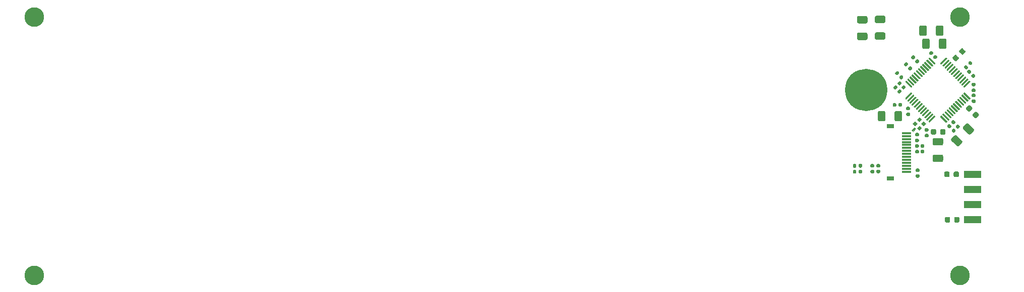
<source format=gbr>
%TF.GenerationSoftware,KiCad,Pcbnew,5.1.9-73d0e3b20d~88~ubuntu18.04.1*%
%TF.CreationDate,2020-12-31T14:05:02+01:00*%
%TF.ProjectId,ss_frontpanel_outer_plate,73735f66-726f-46e7-9470-616e656c5f6f,rev?*%
%TF.SameCoordinates,Original*%
%TF.FileFunction,Soldermask,Bot*%
%TF.FilePolarity,Negative*%
%FSLAX46Y46*%
G04 Gerber Fmt 4.6, Leading zero omitted, Abs format (unit mm)*
G04 Created by KiCad (PCBNEW 5.1.9-73d0e3b20d~88~ubuntu18.04.1) date 2020-12-31 14:05:02*
%MOMM*%
%LPD*%
G01*
G04 APERTURE LIST*
%ADD10C,0.100000*%
%ADD11C,3.300000*%
%ADD12C,7.102000*%
%ADD13R,3.000000X1.200000*%
%ADD14R,1.600000X0.300000*%
%ADD15R,1.200000X0.800000*%
G04 APERTURE END LIST*
D10*
G36*
X220300000Y-71500000D02*
G01*
X219800000Y-72000000D01*
X219600000Y-71800000D01*
X220100000Y-71300000D01*
X220300000Y-71500000D01*
G37*
X220300000Y-71500000D02*
X219800000Y-72000000D01*
X219600000Y-71800000D01*
X220100000Y-71300000D01*
X220300000Y-71500000D01*
%TO.C,R21*%
G36*
G01*
X210690000Y-77922500D02*
X210690000Y-77577500D01*
G75*
G02*
X210837500Y-77430000I147500J0D01*
G01*
X211132500Y-77430000D01*
G75*
G02*
X211280000Y-77577500I0J-147500D01*
G01*
X211280000Y-77922500D01*
G75*
G02*
X211132500Y-78070000I-147500J0D01*
G01*
X210837500Y-78070000D01*
G75*
G02*
X210690000Y-77922500I0J147500D01*
G01*
G37*
G36*
G01*
X209720000Y-77922500D02*
X209720000Y-77577500D01*
G75*
G02*
X209867500Y-77430000I147500J0D01*
G01*
X210162500Y-77430000D01*
G75*
G02*
X210310000Y-77577500I0J-147500D01*
G01*
X210310000Y-77922500D01*
G75*
G02*
X210162500Y-78070000I-147500J0D01*
G01*
X209867500Y-78070000D01*
G75*
G02*
X209720000Y-77922500I0J147500D01*
G01*
G37*
%TD*%
%TO.C,R16*%
G36*
G01*
X213172500Y-78060000D02*
X212827500Y-78060000D01*
G75*
G02*
X212680000Y-77912500I0J147500D01*
G01*
X212680000Y-77617500D01*
G75*
G02*
X212827500Y-77470000I147500J0D01*
G01*
X213172500Y-77470000D01*
G75*
G02*
X213320000Y-77617500I0J-147500D01*
G01*
X213320000Y-77912500D01*
G75*
G02*
X213172500Y-78060000I-147500J0D01*
G01*
G37*
G36*
G01*
X213172500Y-79030000D02*
X212827500Y-79030000D01*
G75*
G02*
X212680000Y-78882500I0J147500D01*
G01*
X212680000Y-78587500D01*
G75*
G02*
X212827500Y-78440000I147500J0D01*
G01*
X213172500Y-78440000D01*
G75*
G02*
X213320000Y-78587500I0J-147500D01*
G01*
X213320000Y-78882500D01*
G75*
G02*
X213172500Y-79030000I-147500J0D01*
G01*
G37*
%TD*%
%TO.C,R15*%
G36*
G01*
X210690000Y-78922500D02*
X210690000Y-78577500D01*
G75*
G02*
X210837500Y-78430000I147500J0D01*
G01*
X211132500Y-78430000D01*
G75*
G02*
X211280000Y-78577500I0J-147500D01*
G01*
X211280000Y-78922500D01*
G75*
G02*
X211132500Y-79070000I-147500J0D01*
G01*
X210837500Y-79070000D01*
G75*
G02*
X210690000Y-78922500I0J147500D01*
G01*
G37*
G36*
G01*
X209720000Y-78922500D02*
X209720000Y-78577500D01*
G75*
G02*
X209867500Y-78430000I147500J0D01*
G01*
X210162500Y-78430000D01*
G75*
G02*
X210310000Y-78577500I0J-147500D01*
G01*
X210310000Y-78922500D01*
G75*
G02*
X210162500Y-79070000I-147500J0D01*
G01*
X209867500Y-79070000D01*
G75*
G02*
X209720000Y-78922500I0J147500D01*
G01*
G37*
%TD*%
D11*
%TO.C,H4*%
X227750000Y-96200000D03*
%TD*%
%TO.C,H3*%
X72250000Y-96200000D03*
%TD*%
%TO.C,H2*%
X227750000Y-52670000D03*
%TD*%
%TO.C,H1*%
X72250000Y-52670000D03*
%TD*%
%TO.C,D1*%
G36*
G01*
X220475029Y-71406400D02*
X220899293Y-70982136D01*
G75*
G02*
X220900707Y-70982136I707J-707D01*
G01*
X221324971Y-71406400D01*
G75*
G02*
X221324971Y-71407814I-707J-707D01*
G01*
X220900707Y-71832078D01*
G75*
G02*
X220899293Y-71832078I-707J707D01*
G01*
X220475029Y-71407814D01*
G75*
G02*
X220475029Y-71406400I707J707D01*
G01*
G37*
G36*
G01*
X221182136Y-70699293D02*
X221606400Y-70275029D01*
G75*
G02*
X221607814Y-70275029I707J-707D01*
G01*
X222032078Y-70699293D01*
G75*
G02*
X222032078Y-70700707I-707J-707D01*
G01*
X221607814Y-71124971D01*
G75*
G02*
X221606400Y-71124971I-707J707D01*
G01*
X221182136Y-70700707D01*
G75*
G02*
X221182136Y-70699293I707J707D01*
G01*
G37*
G36*
G01*
X220475029Y-69992186D02*
X220899293Y-69567922D01*
G75*
G02*
X220900707Y-69567922I707J-707D01*
G01*
X221324971Y-69992186D01*
G75*
G02*
X221324971Y-69993600I-707J-707D01*
G01*
X220900707Y-70417864D01*
G75*
G02*
X220899293Y-70417864I-707J707D01*
G01*
X220475029Y-69993600D01*
G75*
G02*
X220475029Y-69992186I707J707D01*
G01*
G37*
G36*
G01*
X219767922Y-70699293D02*
X220192186Y-70275029D01*
G75*
G02*
X220193600Y-70275029I707J-707D01*
G01*
X220617864Y-70699293D01*
G75*
G02*
X220617864Y-70700707I-707J-707D01*
G01*
X220193600Y-71124971D01*
G75*
G02*
X220192186Y-71124971I-707J707D01*
G01*
X219767922Y-70700707D01*
G75*
G02*
X219767922Y-70699293I707J707D01*
G01*
G37*
%TD*%
%TO.C,R14*%
G36*
G01*
X224400000Y-72306250D02*
X224400000Y-71793750D01*
G75*
G02*
X224618750Y-71575000I218750J0D01*
G01*
X225056250Y-71575000D01*
G75*
G02*
X225275000Y-71793750I0J-218750D01*
G01*
X225275000Y-72306250D01*
G75*
G02*
X225056250Y-72525000I-218750J0D01*
G01*
X224618750Y-72525000D01*
G75*
G02*
X224400000Y-72306250I0J218750D01*
G01*
G37*
G36*
G01*
X222825000Y-72306250D02*
X222825000Y-71793750D01*
G75*
G02*
X223043750Y-71575000I218750J0D01*
G01*
X223481250Y-71575000D01*
G75*
G02*
X223700000Y-71793750I0J-218750D01*
G01*
X223700000Y-72306250D01*
G75*
G02*
X223481250Y-72525000I-218750J0D01*
G01*
X223043750Y-72525000D01*
G75*
G02*
X222825000Y-72306250I0J218750D01*
G01*
G37*
%TD*%
%TO.C,R20*%
G36*
G01*
X221927500Y-72390000D02*
X222272500Y-72390000D01*
G75*
G02*
X222420000Y-72537500I0J-147500D01*
G01*
X222420000Y-72832500D01*
G75*
G02*
X222272500Y-72980000I-147500J0D01*
G01*
X221927500Y-72980000D01*
G75*
G02*
X221780000Y-72832500I0J147500D01*
G01*
X221780000Y-72537500D01*
G75*
G02*
X221927500Y-72390000I147500J0D01*
G01*
G37*
G36*
G01*
X221927500Y-71420000D02*
X222272500Y-71420000D01*
G75*
G02*
X222420000Y-71567500I0J-147500D01*
G01*
X222420000Y-71862500D01*
G75*
G02*
X222272500Y-72010000I-147500J0D01*
G01*
X221927500Y-72010000D01*
G75*
G02*
X221780000Y-71862500I0J147500D01*
G01*
X221780000Y-71567500D01*
G75*
G02*
X221927500Y-71420000I147500J0D01*
G01*
G37*
%TD*%
%TO.C,R10*%
G36*
G01*
X229587625Y-61993673D02*
X229343673Y-62237625D01*
G75*
G02*
X229135077Y-62237625I-104298J104298D01*
G01*
X228926481Y-62029029D01*
G75*
G02*
X228926481Y-61820433I104298J104298D01*
G01*
X229170433Y-61576481D01*
G75*
G02*
X229379029Y-61576481I104298J-104298D01*
G01*
X229587625Y-61785077D01*
G75*
G02*
X229587625Y-61993673I-104298J-104298D01*
G01*
G37*
G36*
G01*
X230273519Y-62679567D02*
X230029567Y-62923519D01*
G75*
G02*
X229820971Y-62923519I-104298J104298D01*
G01*
X229612375Y-62714923D01*
G75*
G02*
X229612375Y-62506327I104298J104298D01*
G01*
X229856327Y-62262375D01*
G75*
G02*
X230064923Y-62262375I104298J-104298D01*
G01*
X230273519Y-62470971D01*
G75*
G02*
X230273519Y-62679567I-104298J-104298D01*
G01*
G37*
%TD*%
D12*
%TO.C,M3*%
X212000000Y-65000000D03*
%TD*%
%TO.C,R8*%
G36*
G01*
X229733709Y-68221316D02*
X229371316Y-68583709D01*
G75*
G02*
X229061956Y-68583709I-154680J154680D01*
G01*
X228752597Y-68274350D01*
G75*
G02*
X228752597Y-67964990I154680J154680D01*
G01*
X229114990Y-67602597D01*
G75*
G02*
X229424350Y-67602597I154680J-154680D01*
G01*
X229733709Y-67911956D01*
G75*
G02*
X229733709Y-68221316I-154680J-154680D01*
G01*
G37*
G36*
G01*
X230847403Y-69335010D02*
X230485010Y-69697403D01*
G75*
G02*
X230175650Y-69697403I-154680J154680D01*
G01*
X229866291Y-69388044D01*
G75*
G02*
X229866291Y-69078684I154680J154680D01*
G01*
X230228684Y-68716291D01*
G75*
G02*
X230538044Y-68716291I154680J-154680D01*
G01*
X230847403Y-69025650D01*
G75*
G02*
X230847403Y-69335010I-154680J-154680D01*
G01*
G37*
%TD*%
%TO.C,R19*%
G36*
G01*
X226650000Y-79456250D02*
X226650000Y-78943750D01*
G75*
G02*
X226868750Y-78725000I218750J0D01*
G01*
X227306250Y-78725000D01*
G75*
G02*
X227525000Y-78943750I0J-218750D01*
G01*
X227525000Y-79456250D01*
G75*
G02*
X227306250Y-79675000I-218750J0D01*
G01*
X226868750Y-79675000D01*
G75*
G02*
X226650000Y-79456250I0J218750D01*
G01*
G37*
G36*
G01*
X225075000Y-79456250D02*
X225075000Y-78943750D01*
G75*
G02*
X225293750Y-78725000I218750J0D01*
G01*
X225731250Y-78725000D01*
G75*
G02*
X225950000Y-78943750I0J-218750D01*
G01*
X225950000Y-79456250D01*
G75*
G02*
X225731250Y-79675000I-218750J0D01*
G01*
X225293750Y-79675000D01*
G75*
G02*
X225075000Y-79456250I0J218750D01*
G01*
G37*
%TD*%
%TO.C,R18*%
G36*
G01*
X226750000Y-87106250D02*
X226750000Y-86593750D01*
G75*
G02*
X226968750Y-86375000I218750J0D01*
G01*
X227406250Y-86375000D01*
G75*
G02*
X227625000Y-86593750I0J-218750D01*
G01*
X227625000Y-87106250D01*
G75*
G02*
X227406250Y-87325000I-218750J0D01*
G01*
X226968750Y-87325000D01*
G75*
G02*
X226750000Y-87106250I0J218750D01*
G01*
G37*
G36*
G01*
X225175000Y-87106250D02*
X225175000Y-86593750D01*
G75*
G02*
X225393750Y-86375000I218750J0D01*
G01*
X225831250Y-86375000D01*
G75*
G02*
X226050000Y-86593750I0J-218750D01*
G01*
X226050000Y-87106250D01*
G75*
G02*
X225831250Y-87325000I-218750J0D01*
G01*
X225393750Y-87325000D01*
G75*
G02*
X225175000Y-87106250I0J218750D01*
G01*
G37*
%TD*%
%TO.C,R12*%
G36*
G01*
X224625000Y-74325000D02*
X223375000Y-74325000D01*
G75*
G02*
X223125000Y-74075000I0J250000D01*
G01*
X223125000Y-73325000D01*
G75*
G02*
X223375000Y-73075000I250000J0D01*
G01*
X224625000Y-73075000D01*
G75*
G02*
X224875000Y-73325000I0J-250000D01*
G01*
X224875000Y-74075000D01*
G75*
G02*
X224625000Y-74325000I-250000J0D01*
G01*
G37*
G36*
G01*
X224625000Y-77125000D02*
X223375000Y-77125000D01*
G75*
G02*
X223125000Y-76875000I0J250000D01*
G01*
X223125000Y-76125000D01*
G75*
G02*
X223375000Y-75875000I250000J0D01*
G01*
X224625000Y-75875000D01*
G75*
G02*
X224875000Y-76125000I0J-250000D01*
G01*
X224875000Y-76875000D01*
G75*
G02*
X224625000Y-77125000I-250000J0D01*
G01*
G37*
%TD*%
%TO.C,R11*%
G36*
G01*
X227121316Y-59116291D02*
X227483709Y-59478684D01*
G75*
G02*
X227483709Y-59788044I-154680J-154680D01*
G01*
X227174350Y-60097403D01*
G75*
G02*
X226864990Y-60097403I-154680J154680D01*
G01*
X226502597Y-59735010D01*
G75*
G02*
X226502597Y-59425650I154680J154680D01*
G01*
X226811956Y-59116291D01*
G75*
G02*
X227121316Y-59116291I154680J-154680D01*
G01*
G37*
G36*
G01*
X228235010Y-58002597D02*
X228597403Y-58364990D01*
G75*
G02*
X228597403Y-58674350I-154680J-154680D01*
G01*
X228288044Y-58983709D01*
G75*
G02*
X227978684Y-58983709I-154680J154680D01*
G01*
X227616291Y-58621316D01*
G75*
G02*
X227616291Y-58311956I154680J154680D01*
G01*
X227925650Y-58002597D01*
G75*
G02*
X228235010Y-58002597I154680J-154680D01*
G01*
G37*
%TD*%
%TO.C,R13*%
G36*
G01*
X230172500Y-66210000D02*
X229827500Y-66210000D01*
G75*
G02*
X229680000Y-66062500I0J147500D01*
G01*
X229680000Y-65767500D01*
G75*
G02*
X229827500Y-65620000I147500J0D01*
G01*
X230172500Y-65620000D01*
G75*
G02*
X230320000Y-65767500I0J-147500D01*
G01*
X230320000Y-66062500D01*
G75*
G02*
X230172500Y-66210000I-147500J0D01*
G01*
G37*
G36*
G01*
X230172500Y-67180000D02*
X229827500Y-67180000D01*
G75*
G02*
X229680000Y-67032500I0J147500D01*
G01*
X229680000Y-66737500D01*
G75*
G02*
X229827500Y-66590000I147500J0D01*
G01*
X230172500Y-66590000D01*
G75*
G02*
X230320000Y-66737500I0J-147500D01*
G01*
X230320000Y-67032500D01*
G75*
G02*
X230172500Y-67180000I-147500J0D01*
G01*
G37*
%TD*%
%TO.C,C15*%
G36*
G01*
X223187625Y-58843673D02*
X222943673Y-59087625D01*
G75*
G02*
X222735077Y-59087625I-104298J104298D01*
G01*
X222526481Y-58879029D01*
G75*
G02*
X222526481Y-58670433I104298J104298D01*
G01*
X222770433Y-58426481D01*
G75*
G02*
X222979029Y-58426481I104298J-104298D01*
G01*
X223187625Y-58635077D01*
G75*
G02*
X223187625Y-58843673I-104298J-104298D01*
G01*
G37*
G36*
G01*
X223873519Y-59529567D02*
X223629567Y-59773519D01*
G75*
G02*
X223420971Y-59773519I-104298J104298D01*
G01*
X223212375Y-59564923D01*
G75*
G02*
X223212375Y-59356327I104298J104298D01*
G01*
X223456327Y-59112375D01*
G75*
G02*
X223664923Y-59112375I104298J-104298D01*
G01*
X223873519Y-59320971D01*
G75*
G02*
X223873519Y-59529567I-104298J-104298D01*
G01*
G37*
%TD*%
%TO.C,C14*%
G36*
G01*
X229827500Y-64740000D02*
X230172500Y-64740000D01*
G75*
G02*
X230320000Y-64887500I0J-147500D01*
G01*
X230320000Y-65182500D01*
G75*
G02*
X230172500Y-65330000I-147500J0D01*
G01*
X229827500Y-65330000D01*
G75*
G02*
X229680000Y-65182500I0J147500D01*
G01*
X229680000Y-64887500D01*
G75*
G02*
X229827500Y-64740000I147500J0D01*
G01*
G37*
G36*
G01*
X229827500Y-63770000D02*
X230172500Y-63770000D01*
G75*
G02*
X230320000Y-63917500I0J-147500D01*
G01*
X230320000Y-64212500D01*
G75*
G02*
X230172500Y-64360000I-147500J0D01*
G01*
X229827500Y-64360000D01*
G75*
G02*
X229680000Y-64212500I0J147500D01*
G01*
X229680000Y-63917500D01*
G75*
G02*
X229827500Y-63770000I147500J0D01*
G01*
G37*
%TD*%
%TO.C,C13*%
G36*
G01*
X226506327Y-70737625D02*
X226262375Y-70493673D01*
G75*
G02*
X226262375Y-70285077I104298J104298D01*
G01*
X226470971Y-70076481D01*
G75*
G02*
X226679567Y-70076481I104298J-104298D01*
G01*
X226923519Y-70320433D01*
G75*
G02*
X226923519Y-70529029I-104298J-104298D01*
G01*
X226714923Y-70737625D01*
G75*
G02*
X226506327Y-70737625I-104298J104298D01*
G01*
G37*
G36*
G01*
X225820433Y-71423519D02*
X225576481Y-71179567D01*
G75*
G02*
X225576481Y-70970971I104298J104298D01*
G01*
X225785077Y-70762375D01*
G75*
G02*
X225993673Y-70762375I104298J-104298D01*
G01*
X226237625Y-71006327D01*
G75*
G02*
X226237625Y-71214923I-104298J-104298D01*
G01*
X226029029Y-71423519D01*
G75*
G02*
X225820433Y-71423519I-104298J104298D01*
G01*
G37*
%TD*%
%TO.C,C12*%
G36*
G01*
X218827500Y-68790000D02*
X219172500Y-68790000D01*
G75*
G02*
X219320000Y-68937500I0J-147500D01*
G01*
X219320000Y-69232500D01*
G75*
G02*
X219172500Y-69380000I-147500J0D01*
G01*
X218827500Y-69380000D01*
G75*
G02*
X218680000Y-69232500I0J147500D01*
G01*
X218680000Y-68937500D01*
G75*
G02*
X218827500Y-68790000I147500J0D01*
G01*
G37*
G36*
G01*
X218827500Y-67820000D02*
X219172500Y-67820000D01*
G75*
G02*
X219320000Y-67967500I0J-147500D01*
G01*
X219320000Y-68262500D01*
G75*
G02*
X219172500Y-68410000I-147500J0D01*
G01*
X218827500Y-68410000D01*
G75*
G02*
X218680000Y-68262500I0J147500D01*
G01*
X218680000Y-67967500D01*
G75*
G02*
X218827500Y-67820000I147500J0D01*
G01*
G37*
%TD*%
%TO.C,C3*%
G36*
G01*
X220772500Y-78810000D02*
X220427500Y-78810000D01*
G75*
G02*
X220280000Y-78662500I0J147500D01*
G01*
X220280000Y-78367500D01*
G75*
G02*
X220427500Y-78220000I147500J0D01*
G01*
X220772500Y-78220000D01*
G75*
G02*
X220920000Y-78367500I0J-147500D01*
G01*
X220920000Y-78662500D01*
G75*
G02*
X220772500Y-78810000I-147500J0D01*
G01*
G37*
G36*
G01*
X220772500Y-79780000D02*
X220427500Y-79780000D01*
G75*
G02*
X220280000Y-79632500I0J147500D01*
G01*
X220280000Y-79337500D01*
G75*
G02*
X220427500Y-79190000I147500J0D01*
G01*
X220772500Y-79190000D01*
G75*
G02*
X220920000Y-79337500I0J-147500D01*
G01*
X220920000Y-79632500D01*
G75*
G02*
X220772500Y-79780000I-147500J0D01*
G01*
G37*
%TD*%
%TO.C,C1*%
G36*
G01*
X220327500Y-75090000D02*
X220672500Y-75090000D01*
G75*
G02*
X220820000Y-75237500I0J-147500D01*
G01*
X220820000Y-75532500D01*
G75*
G02*
X220672500Y-75680000I-147500J0D01*
G01*
X220327500Y-75680000D01*
G75*
G02*
X220180000Y-75532500I0J147500D01*
G01*
X220180000Y-75237500D01*
G75*
G02*
X220327500Y-75090000I147500J0D01*
G01*
G37*
G36*
G01*
X220327500Y-74120000D02*
X220672500Y-74120000D01*
G75*
G02*
X220820000Y-74267500I0J-147500D01*
G01*
X220820000Y-74562500D01*
G75*
G02*
X220672500Y-74710000I-147500J0D01*
G01*
X220327500Y-74710000D01*
G75*
G02*
X220180000Y-74562500I0J147500D01*
G01*
X220180000Y-74267500D01*
G75*
G02*
X220327500Y-74120000I147500J0D01*
G01*
G37*
%TD*%
%TO.C,C2*%
G36*
G01*
X220327500Y-73190000D02*
X220672500Y-73190000D01*
G75*
G02*
X220820000Y-73337500I0J-147500D01*
G01*
X220820000Y-73632500D01*
G75*
G02*
X220672500Y-73780000I-147500J0D01*
G01*
X220327500Y-73780000D01*
G75*
G02*
X220180000Y-73632500I0J147500D01*
G01*
X220180000Y-73337500D01*
G75*
G02*
X220327500Y-73190000I147500J0D01*
G01*
G37*
G36*
G01*
X220327500Y-72220000D02*
X220672500Y-72220000D01*
G75*
G02*
X220820000Y-72367500I0J-147500D01*
G01*
X220820000Y-72662500D01*
G75*
G02*
X220672500Y-72810000I-147500J0D01*
G01*
X220327500Y-72810000D01*
G75*
G02*
X220180000Y-72662500I0J147500D01*
G01*
X220180000Y-72367500D01*
G75*
G02*
X220327500Y-72220000I147500J0D01*
G01*
G37*
%TD*%
%TO.C,C17*%
G36*
G01*
X227256327Y-71487625D02*
X227012375Y-71243673D01*
G75*
G02*
X227012375Y-71035077I104298J104298D01*
G01*
X227220971Y-70826481D01*
G75*
G02*
X227429567Y-70826481I104298J-104298D01*
G01*
X227673519Y-71070433D01*
G75*
G02*
X227673519Y-71279029I-104298J-104298D01*
G01*
X227464923Y-71487625D01*
G75*
G02*
X227256327Y-71487625I-104298J104298D01*
G01*
G37*
G36*
G01*
X226570433Y-72173519D02*
X226326481Y-71929567D01*
G75*
G02*
X226326481Y-71720971I104298J104298D01*
G01*
X226535077Y-71512375D01*
G75*
G02*
X226743673Y-71512375I104298J-104298D01*
G01*
X226987625Y-71756327D01*
G75*
G02*
X226987625Y-71964923I-104298J-104298D01*
G01*
X226779029Y-72173519D01*
G75*
G02*
X226570433Y-72173519I-104298J104298D01*
G01*
G37*
%TD*%
%TO.C,C4*%
G36*
G01*
X222625000Y-56575000D02*
X222625000Y-57825000D01*
G75*
G02*
X222375000Y-58075000I-250000J0D01*
G01*
X221625000Y-58075000D01*
G75*
G02*
X221375000Y-57825000I0J250000D01*
G01*
X221375000Y-56575000D01*
G75*
G02*
X221625000Y-56325000I250000J0D01*
G01*
X222375000Y-56325000D01*
G75*
G02*
X222625000Y-56575000I0J-250000D01*
G01*
G37*
G36*
G01*
X225425000Y-56575000D02*
X225425000Y-57825000D01*
G75*
G02*
X225175000Y-58075000I-250000J0D01*
G01*
X224425000Y-58075000D01*
G75*
G02*
X224175000Y-57825000I0J250000D01*
G01*
X224175000Y-56575000D01*
G75*
G02*
X224425000Y-56325000I250000J0D01*
G01*
X225175000Y-56325000D01*
G75*
G02*
X225425000Y-56575000I0J-250000D01*
G01*
G37*
%TD*%
%TO.C,R17*%
G36*
G01*
X213827500Y-78440000D02*
X214172500Y-78440000D01*
G75*
G02*
X214320000Y-78587500I0J-147500D01*
G01*
X214320000Y-78882500D01*
G75*
G02*
X214172500Y-79030000I-147500J0D01*
G01*
X213827500Y-79030000D01*
G75*
G02*
X213680000Y-78882500I0J147500D01*
G01*
X213680000Y-78587500D01*
G75*
G02*
X213827500Y-78440000I147500J0D01*
G01*
G37*
G36*
G01*
X213827500Y-77470000D02*
X214172500Y-77470000D01*
G75*
G02*
X214320000Y-77617500I0J-147500D01*
G01*
X214320000Y-77912500D01*
G75*
G02*
X214172500Y-78060000I-147500J0D01*
G01*
X213827500Y-78060000D01*
G75*
G02*
X213680000Y-77912500I0J147500D01*
G01*
X213680000Y-77617500D01*
G75*
G02*
X213827500Y-77470000I147500J0D01*
G01*
G37*
%TD*%
%TO.C,R9*%
G36*
G01*
X219012375Y-61256327D02*
X219256327Y-61012375D01*
G75*
G02*
X219464923Y-61012375I104298J-104298D01*
G01*
X219673519Y-61220971D01*
G75*
G02*
X219673519Y-61429567I-104298J-104298D01*
G01*
X219429567Y-61673519D01*
G75*
G02*
X219220971Y-61673519I-104298J104298D01*
G01*
X219012375Y-61464923D01*
G75*
G02*
X219012375Y-61256327I104298J104298D01*
G01*
G37*
G36*
G01*
X218326481Y-60570433D02*
X218570433Y-60326481D01*
G75*
G02*
X218779029Y-60326481I104298J-104298D01*
G01*
X218987625Y-60535077D01*
G75*
G02*
X218987625Y-60743673I-104298J-104298D01*
G01*
X218743673Y-60987625D01*
G75*
G02*
X218535077Y-60987625I-104298J104298D01*
G01*
X218326481Y-60779029D01*
G75*
G02*
X218326481Y-60570433I104298J104298D01*
G01*
G37*
%TD*%
%TO.C,R7*%
G36*
G01*
X217912375Y-64456327D02*
X218156327Y-64212375D01*
G75*
G02*
X218364923Y-64212375I104298J-104298D01*
G01*
X218573519Y-64420971D01*
G75*
G02*
X218573519Y-64629567I-104298J-104298D01*
G01*
X218329567Y-64873519D01*
G75*
G02*
X218120971Y-64873519I-104298J104298D01*
G01*
X217912375Y-64664923D01*
G75*
G02*
X217912375Y-64456327I104298J104298D01*
G01*
G37*
G36*
G01*
X217226481Y-63770433D02*
X217470433Y-63526481D01*
G75*
G02*
X217679029Y-63526481I104298J-104298D01*
G01*
X217887625Y-63735077D01*
G75*
G02*
X217887625Y-63943673I-104298J-104298D01*
G01*
X217643673Y-64187625D01*
G75*
G02*
X217435077Y-64187625I-104298J104298D01*
G01*
X217226481Y-63979029D01*
G75*
G02*
X217226481Y-63770433I104298J104298D01*
G01*
G37*
%TD*%
%TO.C,R6*%
G36*
G01*
X228843673Y-60812375D02*
X229087625Y-61056327D01*
G75*
G02*
X229087625Y-61264923I-104298J-104298D01*
G01*
X228879029Y-61473519D01*
G75*
G02*
X228670433Y-61473519I-104298J104298D01*
G01*
X228426481Y-61229567D01*
G75*
G02*
X228426481Y-61020971I104298J104298D01*
G01*
X228635077Y-60812375D01*
G75*
G02*
X228843673Y-60812375I104298J-104298D01*
G01*
G37*
G36*
G01*
X229529567Y-60126481D02*
X229773519Y-60370433D01*
G75*
G02*
X229773519Y-60579029I-104298J-104298D01*
G01*
X229564923Y-60787625D01*
G75*
G02*
X229356327Y-60787625I-104298J104298D01*
G01*
X229112375Y-60543673D01*
G75*
G02*
X229112375Y-60335077I104298J104298D01*
G01*
X229320971Y-60126481D01*
G75*
G02*
X229529567Y-60126481I104298J-104298D01*
G01*
G37*
%TD*%
%TO.C,R5*%
G36*
G01*
X217512375Y-62756327D02*
X217756327Y-62512375D01*
G75*
G02*
X217964923Y-62512375I104298J-104298D01*
G01*
X218173519Y-62720971D01*
G75*
G02*
X218173519Y-62929567I-104298J-104298D01*
G01*
X217929567Y-63173519D01*
G75*
G02*
X217720971Y-63173519I-104298J104298D01*
G01*
X217512375Y-62964923D01*
G75*
G02*
X217512375Y-62756327I104298J104298D01*
G01*
G37*
G36*
G01*
X216826481Y-62070433D02*
X217070433Y-61826481D01*
G75*
G02*
X217279029Y-61826481I104298J-104298D01*
G01*
X217487625Y-62035077D01*
G75*
G02*
X217487625Y-62243673I-104298J-104298D01*
G01*
X217243673Y-62487625D01*
G75*
G02*
X217035077Y-62487625I-104298J104298D01*
G01*
X216826481Y-62279029D01*
G75*
G02*
X216826481Y-62070433I104298J104298D01*
G01*
G37*
%TD*%
%TO.C,R4*%
G36*
G01*
X217390000Y-67672500D02*
X217390000Y-67327500D01*
G75*
G02*
X217537500Y-67180000I147500J0D01*
G01*
X217832500Y-67180000D01*
G75*
G02*
X217980000Y-67327500I0J-147500D01*
G01*
X217980000Y-67672500D01*
G75*
G02*
X217832500Y-67820000I-147500J0D01*
G01*
X217537500Y-67820000D01*
G75*
G02*
X217390000Y-67672500I0J147500D01*
G01*
G37*
G36*
G01*
X216420000Y-67672500D02*
X216420000Y-67327500D01*
G75*
G02*
X216567500Y-67180000I147500J0D01*
G01*
X216862500Y-67180000D01*
G75*
G02*
X217010000Y-67327500I0J-147500D01*
G01*
X217010000Y-67672500D01*
G75*
G02*
X216862500Y-67820000I-147500J0D01*
G01*
X216567500Y-67820000D01*
G75*
G02*
X216420000Y-67672500I0J147500D01*
G01*
G37*
%TD*%
%TO.C,R3*%
G36*
G01*
X217212375Y-65156327D02*
X217456327Y-64912375D01*
G75*
G02*
X217664923Y-64912375I104298J-104298D01*
G01*
X217873519Y-65120971D01*
G75*
G02*
X217873519Y-65329567I-104298J-104298D01*
G01*
X217629567Y-65573519D01*
G75*
G02*
X217420971Y-65573519I-104298J104298D01*
G01*
X217212375Y-65364923D01*
G75*
G02*
X217212375Y-65156327I104298J104298D01*
G01*
G37*
G36*
G01*
X216526481Y-64470433D02*
X216770433Y-64226481D01*
G75*
G02*
X216979029Y-64226481I104298J-104298D01*
G01*
X217187625Y-64435077D01*
G75*
G02*
X217187625Y-64643673I-104298J-104298D01*
G01*
X216943673Y-64887625D01*
G75*
G02*
X216735077Y-64887625I-104298J104298D01*
G01*
X216526481Y-64679029D01*
G75*
G02*
X216526481Y-64470433I104298J104298D01*
G01*
G37*
%TD*%
%TO.C,R2*%
G36*
G01*
X220212375Y-60106327D02*
X220456327Y-59862375D01*
G75*
G02*
X220664923Y-59862375I104298J-104298D01*
G01*
X220873519Y-60070971D01*
G75*
G02*
X220873519Y-60279567I-104298J-104298D01*
G01*
X220629567Y-60523519D01*
G75*
G02*
X220420971Y-60523519I-104298J104298D01*
G01*
X220212375Y-60314923D01*
G75*
G02*
X220212375Y-60106327I104298J104298D01*
G01*
G37*
G36*
G01*
X219526481Y-59420433D02*
X219770433Y-59176481D01*
G75*
G02*
X219979029Y-59176481I104298J-104298D01*
G01*
X220187625Y-59385077D01*
G75*
G02*
X220187625Y-59593673I-104298J-104298D01*
G01*
X219943673Y-59837625D01*
G75*
G02*
X219735077Y-59837625I-104298J104298D01*
G01*
X219526481Y-59629029D01*
G75*
G02*
X219526481Y-59420433I104298J104298D01*
G01*
G37*
%TD*%
%TO.C,R1*%
G36*
G01*
X221572500Y-74710000D02*
X221227500Y-74710000D01*
G75*
G02*
X221080000Y-74562500I0J147500D01*
G01*
X221080000Y-74267500D01*
G75*
G02*
X221227500Y-74120000I147500J0D01*
G01*
X221572500Y-74120000D01*
G75*
G02*
X221720000Y-74267500I0J-147500D01*
G01*
X221720000Y-74562500D01*
G75*
G02*
X221572500Y-74710000I-147500J0D01*
G01*
G37*
G36*
G01*
X221572500Y-75680000D02*
X221227500Y-75680000D01*
G75*
G02*
X221080000Y-75532500I0J147500D01*
G01*
X221080000Y-75237500D01*
G75*
G02*
X221227500Y-75090000I147500J0D01*
G01*
X221572500Y-75090000D01*
G75*
G02*
X221720000Y-75237500I0J-147500D01*
G01*
X221720000Y-75532500D01*
G75*
G02*
X221572500Y-75680000I-147500J0D01*
G01*
G37*
%TD*%
D13*
%TO.C,J1*%
X229800000Y-79190000D03*
X229800000Y-81730000D03*
X229800000Y-84270000D03*
X229800000Y-86810000D03*
%TD*%
%TO.C,C10*%
G36*
G01*
X227160051Y-72656065D02*
X228043935Y-73539949D01*
G75*
G02*
X228043935Y-73893503I-176777J-176777D01*
G01*
X227513605Y-74423833D01*
G75*
G02*
X227160051Y-74423833I-176777J176777D01*
G01*
X226276167Y-73539949D01*
G75*
G02*
X226276167Y-73186395I176777J176777D01*
G01*
X226806497Y-72656065D01*
G75*
G02*
X227160051Y-72656065I176777J-176777D01*
G01*
G37*
G36*
G01*
X229139949Y-70676167D02*
X230023833Y-71560051D01*
G75*
G02*
X230023833Y-71913605I-176777J-176777D01*
G01*
X229493503Y-72443935D01*
G75*
G02*
X229139949Y-72443935I-176777J176777D01*
G01*
X228256065Y-71560051D01*
G75*
G02*
X228256065Y-71206497I176777J176777D01*
G01*
X228786395Y-70676167D01*
G75*
G02*
X229139949Y-70676167I176777J-176777D01*
G01*
G37*
%TD*%
%TO.C,C9*%
G36*
G01*
X222125000Y-54375000D02*
X222125000Y-55625000D01*
G75*
G02*
X221875000Y-55875000I-250000J0D01*
G01*
X221125000Y-55875000D01*
G75*
G02*
X220875000Y-55625000I0J250000D01*
G01*
X220875000Y-54375000D01*
G75*
G02*
X221125000Y-54125000I250000J0D01*
G01*
X221875000Y-54125000D01*
G75*
G02*
X222125000Y-54375000I0J-250000D01*
G01*
G37*
G36*
G01*
X224925000Y-54375000D02*
X224925000Y-55625000D01*
G75*
G02*
X224675000Y-55875000I-250000J0D01*
G01*
X223925000Y-55875000D01*
G75*
G02*
X223675000Y-55625000I0J250000D01*
G01*
X223675000Y-54375000D01*
G75*
G02*
X223925000Y-54125000I250000J0D01*
G01*
X224675000Y-54125000D01*
G75*
G02*
X224925000Y-54375000I0J-250000D01*
G01*
G37*
%TD*%
%TO.C,C8*%
G36*
G01*
X214925000Y-53725000D02*
X213675000Y-53725000D01*
G75*
G02*
X213425000Y-53475000I0J250000D01*
G01*
X213425000Y-52725000D01*
G75*
G02*
X213675000Y-52475000I250000J0D01*
G01*
X214925000Y-52475000D01*
G75*
G02*
X215175000Y-52725000I0J-250000D01*
G01*
X215175000Y-53475000D01*
G75*
G02*
X214925000Y-53725000I-250000J0D01*
G01*
G37*
G36*
G01*
X214925000Y-56525000D02*
X213675000Y-56525000D01*
G75*
G02*
X213425000Y-56275000I0J250000D01*
G01*
X213425000Y-55525000D01*
G75*
G02*
X213675000Y-55275000I250000J0D01*
G01*
X214925000Y-55275000D01*
G75*
G02*
X215175000Y-55525000I0J-250000D01*
G01*
X215175000Y-56275000D01*
G75*
G02*
X214925000Y-56525000I-250000J0D01*
G01*
G37*
%TD*%
%TO.C,C7*%
G36*
G01*
X211925000Y-53775000D02*
X210675000Y-53775000D01*
G75*
G02*
X210425000Y-53525000I0J250000D01*
G01*
X210425000Y-52775000D01*
G75*
G02*
X210675000Y-52525000I250000J0D01*
G01*
X211925000Y-52525000D01*
G75*
G02*
X212175000Y-52775000I0J-250000D01*
G01*
X212175000Y-53525000D01*
G75*
G02*
X211925000Y-53775000I-250000J0D01*
G01*
G37*
G36*
G01*
X211925000Y-56575000D02*
X210675000Y-56575000D01*
G75*
G02*
X210425000Y-56325000I0J250000D01*
G01*
X210425000Y-55575000D01*
G75*
G02*
X210675000Y-55325000I250000J0D01*
G01*
X211925000Y-55325000D01*
G75*
G02*
X212175000Y-55575000I0J-250000D01*
G01*
X212175000Y-56325000D01*
G75*
G02*
X211925000Y-56575000I-250000J0D01*
G01*
G37*
%TD*%
%TO.C,C6*%
G36*
G01*
X216725000Y-70025000D02*
X216725000Y-68775000D01*
G75*
G02*
X216975000Y-68525000I250000J0D01*
G01*
X217725000Y-68525000D01*
G75*
G02*
X217975000Y-68775000I0J-250000D01*
G01*
X217975000Y-70025000D01*
G75*
G02*
X217725000Y-70275000I-250000J0D01*
G01*
X216975000Y-70275000D01*
G75*
G02*
X216725000Y-70025000I0J250000D01*
G01*
G37*
G36*
G01*
X213925000Y-70025000D02*
X213925000Y-68775000D01*
G75*
G02*
X214175000Y-68525000I250000J0D01*
G01*
X214925000Y-68525000D01*
G75*
G02*
X215175000Y-68775000I0J-250000D01*
G01*
X215175000Y-70025000D01*
G75*
G02*
X214925000Y-70275000I-250000J0D01*
G01*
X214175000Y-70275000D01*
G75*
G02*
X213925000Y-70025000I0J250000D01*
G01*
G37*
%TD*%
D14*
%TO.C,J2*%
X218700000Y-78750000D03*
X218700000Y-78250000D03*
X218700000Y-77750000D03*
X218700000Y-77250000D03*
X218700000Y-76750000D03*
X218700000Y-76250000D03*
X218700000Y-75750000D03*
X218700000Y-75250000D03*
X218700000Y-74750000D03*
X218700000Y-74250000D03*
X218700000Y-73750000D03*
X218700000Y-73250000D03*
X218700000Y-72750000D03*
X218700000Y-72250000D03*
D15*
X216000000Y-79900000D03*
X216000000Y-71100000D03*
%TD*%
%TO.C,U1*%
G36*
G01*
X225361180Y-70462400D02*
X224424264Y-69525484D01*
G75*
G02*
X224424264Y-69419418I53033J53033D01*
G01*
X224530330Y-69313352D01*
G75*
G02*
X224636396Y-69313352I53033J-53033D01*
G01*
X225573312Y-70250268D01*
G75*
G02*
X225573312Y-70356334I-53033J-53033D01*
G01*
X225467246Y-70462400D01*
G75*
G02*
X225361180Y-70462400I-53033J53033D01*
G01*
G37*
G36*
G01*
X225714734Y-70108846D02*
X224777818Y-69171930D01*
G75*
G02*
X224777818Y-69065864I53033J53033D01*
G01*
X224883884Y-68959798D01*
G75*
G02*
X224989950Y-68959798I53033J-53033D01*
G01*
X225926866Y-69896714D01*
G75*
G02*
X225926866Y-70002780I-53033J-53033D01*
G01*
X225820800Y-70108846D01*
G75*
G02*
X225714734Y-70108846I-53033J53033D01*
G01*
G37*
G36*
G01*
X226068287Y-69755293D02*
X225131371Y-68818377D01*
G75*
G02*
X225131371Y-68712311I53033J53033D01*
G01*
X225237437Y-68606245D01*
G75*
G02*
X225343503Y-68606245I53033J-53033D01*
G01*
X226280419Y-69543161D01*
G75*
G02*
X226280419Y-69649227I-53033J-53033D01*
G01*
X226174353Y-69755293D01*
G75*
G02*
X226068287Y-69755293I-53033J53033D01*
G01*
G37*
G36*
G01*
X226421841Y-69401739D02*
X225484925Y-68464823D01*
G75*
G02*
X225484925Y-68358757I53033J53033D01*
G01*
X225590991Y-68252691D01*
G75*
G02*
X225697057Y-68252691I53033J-53033D01*
G01*
X226633973Y-69189607D01*
G75*
G02*
X226633973Y-69295673I-53033J-53033D01*
G01*
X226527907Y-69401739D01*
G75*
G02*
X226421841Y-69401739I-53033J53033D01*
G01*
G37*
G36*
G01*
X226775394Y-69048186D02*
X225838478Y-68111270D01*
G75*
G02*
X225838478Y-68005204I53033J53033D01*
G01*
X225944544Y-67899138D01*
G75*
G02*
X226050610Y-67899138I53033J-53033D01*
G01*
X226987526Y-68836054D01*
G75*
G02*
X226987526Y-68942120I-53033J-53033D01*
G01*
X226881460Y-69048186D01*
G75*
G02*
X226775394Y-69048186I-53033J53033D01*
G01*
G37*
G36*
G01*
X227128947Y-68694633D02*
X226192031Y-67757717D01*
G75*
G02*
X226192031Y-67651651I53033J53033D01*
G01*
X226298097Y-67545585D01*
G75*
G02*
X226404163Y-67545585I53033J-53033D01*
G01*
X227341079Y-68482501D01*
G75*
G02*
X227341079Y-68588567I-53033J-53033D01*
G01*
X227235013Y-68694633D01*
G75*
G02*
X227128947Y-68694633I-53033J53033D01*
G01*
G37*
G36*
G01*
X227482501Y-68341079D02*
X226545585Y-67404163D01*
G75*
G02*
X226545585Y-67298097I53033J53033D01*
G01*
X226651651Y-67192031D01*
G75*
G02*
X226757717Y-67192031I53033J-53033D01*
G01*
X227694633Y-68128947D01*
G75*
G02*
X227694633Y-68235013I-53033J-53033D01*
G01*
X227588567Y-68341079D01*
G75*
G02*
X227482501Y-68341079I-53033J53033D01*
G01*
G37*
G36*
G01*
X227836054Y-67987526D02*
X226899138Y-67050610D01*
G75*
G02*
X226899138Y-66944544I53033J53033D01*
G01*
X227005204Y-66838478D01*
G75*
G02*
X227111270Y-66838478I53033J-53033D01*
G01*
X228048186Y-67775394D01*
G75*
G02*
X228048186Y-67881460I-53033J-53033D01*
G01*
X227942120Y-67987526D01*
G75*
G02*
X227836054Y-67987526I-53033J53033D01*
G01*
G37*
G36*
G01*
X228189607Y-67633973D02*
X227252691Y-66697057D01*
G75*
G02*
X227252691Y-66590991I53033J53033D01*
G01*
X227358757Y-66484925D01*
G75*
G02*
X227464823Y-66484925I53033J-53033D01*
G01*
X228401739Y-67421841D01*
G75*
G02*
X228401739Y-67527907I-53033J-53033D01*
G01*
X228295673Y-67633973D01*
G75*
G02*
X228189607Y-67633973I-53033J53033D01*
G01*
G37*
G36*
G01*
X228543161Y-67280419D02*
X227606245Y-66343503D01*
G75*
G02*
X227606245Y-66237437I53033J53033D01*
G01*
X227712311Y-66131371D01*
G75*
G02*
X227818377Y-66131371I53033J-53033D01*
G01*
X228755293Y-67068287D01*
G75*
G02*
X228755293Y-67174353I-53033J-53033D01*
G01*
X228649227Y-67280419D01*
G75*
G02*
X228543161Y-67280419I-53033J53033D01*
G01*
G37*
G36*
G01*
X228896714Y-66926866D02*
X227959798Y-65989950D01*
G75*
G02*
X227959798Y-65883884I53033J53033D01*
G01*
X228065864Y-65777818D01*
G75*
G02*
X228171930Y-65777818I53033J-53033D01*
G01*
X229108846Y-66714734D01*
G75*
G02*
X229108846Y-66820800I-53033J-53033D01*
G01*
X229002780Y-66926866D01*
G75*
G02*
X228896714Y-66926866I-53033J53033D01*
G01*
G37*
G36*
G01*
X229250268Y-66573312D02*
X228313352Y-65636396D01*
G75*
G02*
X228313352Y-65530330I53033J53033D01*
G01*
X228419418Y-65424264D01*
G75*
G02*
X228525484Y-65424264I53033J-53033D01*
G01*
X229462400Y-66361180D01*
G75*
G02*
X229462400Y-66467246I-53033J-53033D01*
G01*
X229356334Y-66573312D01*
G75*
G02*
X229250268Y-66573312I-53033J53033D01*
G01*
G37*
G36*
G01*
X228419418Y-64575736D02*
X228313352Y-64469670D01*
G75*
G02*
X228313352Y-64363604I53033J53033D01*
G01*
X229250268Y-63426688D01*
G75*
G02*
X229356334Y-63426688I53033J-53033D01*
G01*
X229462400Y-63532754D01*
G75*
G02*
X229462400Y-63638820I-53033J-53033D01*
G01*
X228525484Y-64575736D01*
G75*
G02*
X228419418Y-64575736I-53033J53033D01*
G01*
G37*
G36*
G01*
X228065864Y-64222182D02*
X227959798Y-64116116D01*
G75*
G02*
X227959798Y-64010050I53033J53033D01*
G01*
X228896714Y-63073134D01*
G75*
G02*
X229002780Y-63073134I53033J-53033D01*
G01*
X229108846Y-63179200D01*
G75*
G02*
X229108846Y-63285266I-53033J-53033D01*
G01*
X228171930Y-64222182D01*
G75*
G02*
X228065864Y-64222182I-53033J53033D01*
G01*
G37*
G36*
G01*
X227712311Y-63868629D02*
X227606245Y-63762563D01*
G75*
G02*
X227606245Y-63656497I53033J53033D01*
G01*
X228543161Y-62719581D01*
G75*
G02*
X228649227Y-62719581I53033J-53033D01*
G01*
X228755293Y-62825647D01*
G75*
G02*
X228755293Y-62931713I-53033J-53033D01*
G01*
X227818377Y-63868629D01*
G75*
G02*
X227712311Y-63868629I-53033J53033D01*
G01*
G37*
G36*
G01*
X227358757Y-63515075D02*
X227252691Y-63409009D01*
G75*
G02*
X227252691Y-63302943I53033J53033D01*
G01*
X228189607Y-62366027D01*
G75*
G02*
X228295673Y-62366027I53033J-53033D01*
G01*
X228401739Y-62472093D01*
G75*
G02*
X228401739Y-62578159I-53033J-53033D01*
G01*
X227464823Y-63515075D01*
G75*
G02*
X227358757Y-63515075I-53033J53033D01*
G01*
G37*
G36*
G01*
X227005204Y-63161522D02*
X226899138Y-63055456D01*
G75*
G02*
X226899138Y-62949390I53033J53033D01*
G01*
X227836054Y-62012474D01*
G75*
G02*
X227942120Y-62012474I53033J-53033D01*
G01*
X228048186Y-62118540D01*
G75*
G02*
X228048186Y-62224606I-53033J-53033D01*
G01*
X227111270Y-63161522D01*
G75*
G02*
X227005204Y-63161522I-53033J53033D01*
G01*
G37*
G36*
G01*
X226651651Y-62807969D02*
X226545585Y-62701903D01*
G75*
G02*
X226545585Y-62595837I53033J53033D01*
G01*
X227482501Y-61658921D01*
G75*
G02*
X227588567Y-61658921I53033J-53033D01*
G01*
X227694633Y-61764987D01*
G75*
G02*
X227694633Y-61871053I-53033J-53033D01*
G01*
X226757717Y-62807969D01*
G75*
G02*
X226651651Y-62807969I-53033J53033D01*
G01*
G37*
G36*
G01*
X226298097Y-62454415D02*
X226192031Y-62348349D01*
G75*
G02*
X226192031Y-62242283I53033J53033D01*
G01*
X227128947Y-61305367D01*
G75*
G02*
X227235013Y-61305367I53033J-53033D01*
G01*
X227341079Y-61411433D01*
G75*
G02*
X227341079Y-61517499I-53033J-53033D01*
G01*
X226404163Y-62454415D01*
G75*
G02*
X226298097Y-62454415I-53033J53033D01*
G01*
G37*
G36*
G01*
X225944544Y-62100862D02*
X225838478Y-61994796D01*
G75*
G02*
X225838478Y-61888730I53033J53033D01*
G01*
X226775394Y-60951814D01*
G75*
G02*
X226881460Y-60951814I53033J-53033D01*
G01*
X226987526Y-61057880D01*
G75*
G02*
X226987526Y-61163946I-53033J-53033D01*
G01*
X226050610Y-62100862D01*
G75*
G02*
X225944544Y-62100862I-53033J53033D01*
G01*
G37*
G36*
G01*
X225590991Y-61747309D02*
X225484925Y-61641243D01*
G75*
G02*
X225484925Y-61535177I53033J53033D01*
G01*
X226421841Y-60598261D01*
G75*
G02*
X226527907Y-60598261I53033J-53033D01*
G01*
X226633973Y-60704327D01*
G75*
G02*
X226633973Y-60810393I-53033J-53033D01*
G01*
X225697057Y-61747309D01*
G75*
G02*
X225590991Y-61747309I-53033J53033D01*
G01*
G37*
G36*
G01*
X225237437Y-61393755D02*
X225131371Y-61287689D01*
G75*
G02*
X225131371Y-61181623I53033J53033D01*
G01*
X226068287Y-60244707D01*
G75*
G02*
X226174353Y-60244707I53033J-53033D01*
G01*
X226280419Y-60350773D01*
G75*
G02*
X226280419Y-60456839I-53033J-53033D01*
G01*
X225343503Y-61393755D01*
G75*
G02*
X225237437Y-61393755I-53033J53033D01*
G01*
G37*
G36*
G01*
X224883884Y-61040202D02*
X224777818Y-60934136D01*
G75*
G02*
X224777818Y-60828070I53033J53033D01*
G01*
X225714734Y-59891154D01*
G75*
G02*
X225820800Y-59891154I53033J-53033D01*
G01*
X225926866Y-59997220D01*
G75*
G02*
X225926866Y-60103286I-53033J-53033D01*
G01*
X224989950Y-61040202D01*
G75*
G02*
X224883884Y-61040202I-53033J53033D01*
G01*
G37*
G36*
G01*
X224530330Y-60686648D02*
X224424264Y-60580582D01*
G75*
G02*
X224424264Y-60474516I53033J53033D01*
G01*
X225361180Y-59537600D01*
G75*
G02*
X225467246Y-59537600I53033J-53033D01*
G01*
X225573312Y-59643666D01*
G75*
G02*
X225573312Y-59749732I-53033J-53033D01*
G01*
X224636396Y-60686648D01*
G75*
G02*
X224530330Y-60686648I-53033J53033D01*
G01*
G37*
G36*
G01*
X223363604Y-60686648D02*
X222426688Y-59749732D01*
G75*
G02*
X222426688Y-59643666I53033J53033D01*
G01*
X222532754Y-59537600D01*
G75*
G02*
X222638820Y-59537600I53033J-53033D01*
G01*
X223575736Y-60474516D01*
G75*
G02*
X223575736Y-60580582I-53033J-53033D01*
G01*
X223469670Y-60686648D01*
G75*
G02*
X223363604Y-60686648I-53033J53033D01*
G01*
G37*
G36*
G01*
X223010050Y-61040202D02*
X222073134Y-60103286D01*
G75*
G02*
X222073134Y-59997220I53033J53033D01*
G01*
X222179200Y-59891154D01*
G75*
G02*
X222285266Y-59891154I53033J-53033D01*
G01*
X223222182Y-60828070D01*
G75*
G02*
X223222182Y-60934136I-53033J-53033D01*
G01*
X223116116Y-61040202D01*
G75*
G02*
X223010050Y-61040202I-53033J53033D01*
G01*
G37*
G36*
G01*
X222656497Y-61393755D02*
X221719581Y-60456839D01*
G75*
G02*
X221719581Y-60350773I53033J53033D01*
G01*
X221825647Y-60244707D01*
G75*
G02*
X221931713Y-60244707I53033J-53033D01*
G01*
X222868629Y-61181623D01*
G75*
G02*
X222868629Y-61287689I-53033J-53033D01*
G01*
X222762563Y-61393755D01*
G75*
G02*
X222656497Y-61393755I-53033J53033D01*
G01*
G37*
G36*
G01*
X222302943Y-61747309D02*
X221366027Y-60810393D01*
G75*
G02*
X221366027Y-60704327I53033J53033D01*
G01*
X221472093Y-60598261D01*
G75*
G02*
X221578159Y-60598261I53033J-53033D01*
G01*
X222515075Y-61535177D01*
G75*
G02*
X222515075Y-61641243I-53033J-53033D01*
G01*
X222409009Y-61747309D01*
G75*
G02*
X222302943Y-61747309I-53033J53033D01*
G01*
G37*
G36*
G01*
X221949390Y-62100862D02*
X221012474Y-61163946D01*
G75*
G02*
X221012474Y-61057880I53033J53033D01*
G01*
X221118540Y-60951814D01*
G75*
G02*
X221224606Y-60951814I53033J-53033D01*
G01*
X222161522Y-61888730D01*
G75*
G02*
X222161522Y-61994796I-53033J-53033D01*
G01*
X222055456Y-62100862D01*
G75*
G02*
X221949390Y-62100862I-53033J53033D01*
G01*
G37*
G36*
G01*
X221595837Y-62454415D02*
X220658921Y-61517499D01*
G75*
G02*
X220658921Y-61411433I53033J53033D01*
G01*
X220764987Y-61305367D01*
G75*
G02*
X220871053Y-61305367I53033J-53033D01*
G01*
X221807969Y-62242283D01*
G75*
G02*
X221807969Y-62348349I-53033J-53033D01*
G01*
X221701903Y-62454415D01*
G75*
G02*
X221595837Y-62454415I-53033J53033D01*
G01*
G37*
G36*
G01*
X221242283Y-62807969D02*
X220305367Y-61871053D01*
G75*
G02*
X220305367Y-61764987I53033J53033D01*
G01*
X220411433Y-61658921D01*
G75*
G02*
X220517499Y-61658921I53033J-53033D01*
G01*
X221454415Y-62595837D01*
G75*
G02*
X221454415Y-62701903I-53033J-53033D01*
G01*
X221348349Y-62807969D01*
G75*
G02*
X221242283Y-62807969I-53033J53033D01*
G01*
G37*
G36*
G01*
X220888730Y-63161522D02*
X219951814Y-62224606D01*
G75*
G02*
X219951814Y-62118540I53033J53033D01*
G01*
X220057880Y-62012474D01*
G75*
G02*
X220163946Y-62012474I53033J-53033D01*
G01*
X221100862Y-62949390D01*
G75*
G02*
X221100862Y-63055456I-53033J-53033D01*
G01*
X220994796Y-63161522D01*
G75*
G02*
X220888730Y-63161522I-53033J53033D01*
G01*
G37*
G36*
G01*
X220535177Y-63515075D02*
X219598261Y-62578159D01*
G75*
G02*
X219598261Y-62472093I53033J53033D01*
G01*
X219704327Y-62366027D01*
G75*
G02*
X219810393Y-62366027I53033J-53033D01*
G01*
X220747309Y-63302943D01*
G75*
G02*
X220747309Y-63409009I-53033J-53033D01*
G01*
X220641243Y-63515075D01*
G75*
G02*
X220535177Y-63515075I-53033J53033D01*
G01*
G37*
G36*
G01*
X220181623Y-63868629D02*
X219244707Y-62931713D01*
G75*
G02*
X219244707Y-62825647I53033J53033D01*
G01*
X219350773Y-62719581D01*
G75*
G02*
X219456839Y-62719581I53033J-53033D01*
G01*
X220393755Y-63656497D01*
G75*
G02*
X220393755Y-63762563I-53033J-53033D01*
G01*
X220287689Y-63868629D01*
G75*
G02*
X220181623Y-63868629I-53033J53033D01*
G01*
G37*
G36*
G01*
X219828070Y-64222182D02*
X218891154Y-63285266D01*
G75*
G02*
X218891154Y-63179200I53033J53033D01*
G01*
X218997220Y-63073134D01*
G75*
G02*
X219103286Y-63073134I53033J-53033D01*
G01*
X220040202Y-64010050D01*
G75*
G02*
X220040202Y-64116116I-53033J-53033D01*
G01*
X219934136Y-64222182D01*
G75*
G02*
X219828070Y-64222182I-53033J53033D01*
G01*
G37*
G36*
G01*
X219474516Y-64575736D02*
X218537600Y-63638820D01*
G75*
G02*
X218537600Y-63532754I53033J53033D01*
G01*
X218643666Y-63426688D01*
G75*
G02*
X218749732Y-63426688I53033J-53033D01*
G01*
X219686648Y-64363604D01*
G75*
G02*
X219686648Y-64469670I-53033J-53033D01*
G01*
X219580582Y-64575736D01*
G75*
G02*
X219474516Y-64575736I-53033J53033D01*
G01*
G37*
G36*
G01*
X218643666Y-66573312D02*
X218537600Y-66467246D01*
G75*
G02*
X218537600Y-66361180I53033J53033D01*
G01*
X219474516Y-65424264D01*
G75*
G02*
X219580582Y-65424264I53033J-53033D01*
G01*
X219686648Y-65530330D01*
G75*
G02*
X219686648Y-65636396I-53033J-53033D01*
G01*
X218749732Y-66573312D01*
G75*
G02*
X218643666Y-66573312I-53033J53033D01*
G01*
G37*
G36*
G01*
X218997220Y-66926866D02*
X218891154Y-66820800D01*
G75*
G02*
X218891154Y-66714734I53033J53033D01*
G01*
X219828070Y-65777818D01*
G75*
G02*
X219934136Y-65777818I53033J-53033D01*
G01*
X220040202Y-65883884D01*
G75*
G02*
X220040202Y-65989950I-53033J-53033D01*
G01*
X219103286Y-66926866D01*
G75*
G02*
X218997220Y-66926866I-53033J53033D01*
G01*
G37*
G36*
G01*
X219350773Y-67280419D02*
X219244707Y-67174353D01*
G75*
G02*
X219244707Y-67068287I53033J53033D01*
G01*
X220181623Y-66131371D01*
G75*
G02*
X220287689Y-66131371I53033J-53033D01*
G01*
X220393755Y-66237437D01*
G75*
G02*
X220393755Y-66343503I-53033J-53033D01*
G01*
X219456839Y-67280419D01*
G75*
G02*
X219350773Y-67280419I-53033J53033D01*
G01*
G37*
G36*
G01*
X219704327Y-67633973D02*
X219598261Y-67527907D01*
G75*
G02*
X219598261Y-67421841I53033J53033D01*
G01*
X220535177Y-66484925D01*
G75*
G02*
X220641243Y-66484925I53033J-53033D01*
G01*
X220747309Y-66590991D01*
G75*
G02*
X220747309Y-66697057I-53033J-53033D01*
G01*
X219810393Y-67633973D01*
G75*
G02*
X219704327Y-67633973I-53033J53033D01*
G01*
G37*
G36*
G01*
X220057880Y-67987526D02*
X219951814Y-67881460D01*
G75*
G02*
X219951814Y-67775394I53033J53033D01*
G01*
X220888730Y-66838478D01*
G75*
G02*
X220994796Y-66838478I53033J-53033D01*
G01*
X221100862Y-66944544D01*
G75*
G02*
X221100862Y-67050610I-53033J-53033D01*
G01*
X220163946Y-67987526D01*
G75*
G02*
X220057880Y-67987526I-53033J53033D01*
G01*
G37*
G36*
G01*
X220411433Y-68341079D02*
X220305367Y-68235013D01*
G75*
G02*
X220305367Y-68128947I53033J53033D01*
G01*
X221242283Y-67192031D01*
G75*
G02*
X221348349Y-67192031I53033J-53033D01*
G01*
X221454415Y-67298097D01*
G75*
G02*
X221454415Y-67404163I-53033J-53033D01*
G01*
X220517499Y-68341079D01*
G75*
G02*
X220411433Y-68341079I-53033J53033D01*
G01*
G37*
G36*
G01*
X220764987Y-68694633D02*
X220658921Y-68588567D01*
G75*
G02*
X220658921Y-68482501I53033J53033D01*
G01*
X221595837Y-67545585D01*
G75*
G02*
X221701903Y-67545585I53033J-53033D01*
G01*
X221807969Y-67651651D01*
G75*
G02*
X221807969Y-67757717I-53033J-53033D01*
G01*
X220871053Y-68694633D01*
G75*
G02*
X220764987Y-68694633I-53033J53033D01*
G01*
G37*
G36*
G01*
X221118540Y-69048186D02*
X221012474Y-68942120D01*
G75*
G02*
X221012474Y-68836054I53033J53033D01*
G01*
X221949390Y-67899138D01*
G75*
G02*
X222055456Y-67899138I53033J-53033D01*
G01*
X222161522Y-68005204D01*
G75*
G02*
X222161522Y-68111270I-53033J-53033D01*
G01*
X221224606Y-69048186D01*
G75*
G02*
X221118540Y-69048186I-53033J53033D01*
G01*
G37*
G36*
G01*
X221472093Y-69401739D02*
X221366027Y-69295673D01*
G75*
G02*
X221366027Y-69189607I53033J53033D01*
G01*
X222302943Y-68252691D01*
G75*
G02*
X222409009Y-68252691I53033J-53033D01*
G01*
X222515075Y-68358757D01*
G75*
G02*
X222515075Y-68464823I-53033J-53033D01*
G01*
X221578159Y-69401739D01*
G75*
G02*
X221472093Y-69401739I-53033J53033D01*
G01*
G37*
G36*
G01*
X221825647Y-69755293D02*
X221719581Y-69649227D01*
G75*
G02*
X221719581Y-69543161I53033J53033D01*
G01*
X222656497Y-68606245D01*
G75*
G02*
X222762563Y-68606245I53033J-53033D01*
G01*
X222868629Y-68712311D01*
G75*
G02*
X222868629Y-68818377I-53033J-53033D01*
G01*
X221931713Y-69755293D01*
G75*
G02*
X221825647Y-69755293I-53033J53033D01*
G01*
G37*
G36*
G01*
X222179200Y-70108846D02*
X222073134Y-70002780D01*
G75*
G02*
X222073134Y-69896714I53033J53033D01*
G01*
X223010050Y-68959798D01*
G75*
G02*
X223116116Y-68959798I53033J-53033D01*
G01*
X223222182Y-69065864D01*
G75*
G02*
X223222182Y-69171930I-53033J-53033D01*
G01*
X222285266Y-70108846D01*
G75*
G02*
X222179200Y-70108846I-53033J53033D01*
G01*
G37*
G36*
G01*
X222532754Y-70462400D02*
X222426688Y-70356334D01*
G75*
G02*
X222426688Y-70250268I53033J53033D01*
G01*
X223363604Y-69313352D01*
G75*
G02*
X223469670Y-69313352I53033J-53033D01*
G01*
X223575736Y-69419418D01*
G75*
G02*
X223575736Y-69525484I-53033J-53033D01*
G01*
X222638820Y-70462400D01*
G75*
G02*
X222532754Y-70462400I-53033J53033D01*
G01*
G37*
%TD*%
M02*

</source>
